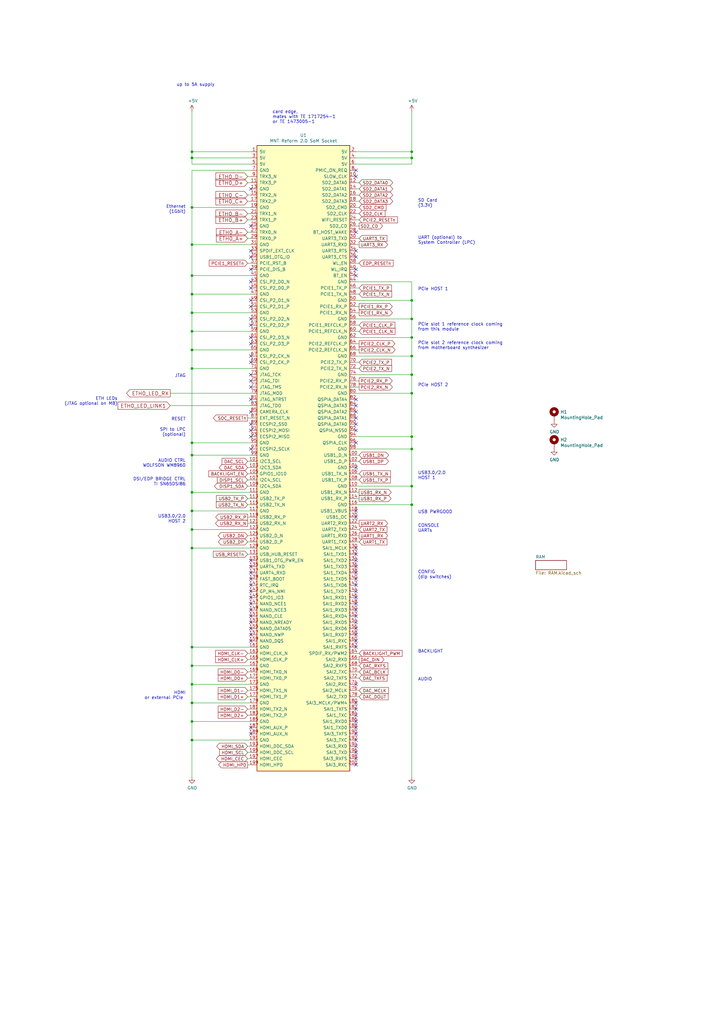
<source format=kicad_sch>
(kicad_sch (version 20211123) (generator eeschema)
  (paper "A3" portrait)
  (title_block (title "MNT Reform Kintex-7 SoM (MNT RKX7)") (date "2021-07-11") (rev "D-1") (company "MNT Research GmbH") (comment 1 "https://mntre.com") (comment 2 "Engineer: Lukas F. Hartmann") (comment 3 "CERN Open Hardware Licence Version 2 - Strongly Reciprocal"))
  (lib_symbols
    (symbol "Mechanical:MountingHole_Pad" (pin_numbers hide) (pin_names (offset 1.016) hide)
      (property "Reference" "H" (at 0 6.35 0))
      (property "Value" "MountingHole_Pad" (at 0 4.445 0))
      (symbol "MountingHole_Pad_0_1"
        (circle (center 0 1.27) (radius 1.27) (stroke (width 1.27)))
      )
      (symbol "MountingHole_Pad_1_1"
        (pin input line (at 0 -2.54 90) (length 2.54) (name "1") (number "1"))
      )
    )
    (symbol "power:+5V" (power) (pin_names (offset 0))
      (property "Value" "+5V" (at 0 3.556 0))
      (symbol "+5V_0_1"
        (polyline (pts (xy -0.762 1.27) (xy 0 2.54)))
        (polyline (pts (xy 0 0) (xy 0 2.54)))
        (polyline (pts (xy 0 2.54) (xy 0.762 1.27)))
      )
      (symbol "+5V_1_1"
        (pin power_in line (at 0 0 90) (length 0) hide (name "+5V") (number "1"))
      )
    )
    (symbol "power:GND" (power) (pin_names (offset 0))
      (property "Value" "GND" (at 0 -3.81 0))
      (symbol "GND_0_1"
        (polyline (pts (xy 0 0) (xy 0 -1.27) (xy 1.27 -1.27) (xy 0 -2.54) (xy -1.27 -1.27) (xy 0 -1.27)))
      )
      (symbol "GND_1_1"
        (pin power_in line (at 0 0 270) (length 0) hide (name "GND") (number "1"))
      )
    )
    (symbol "reform-kintex-rescue:reform2-som-connector-reform2-som" (pin_names (offset 1.016))
      (property "Reference" "U" (at 0 129.54 0))
      (property "Value" "reform2-som-connector-reform2-som" (at 1.27 127 0))
      (symbol "reform2-som-connector-reform2-som_0_0"
        (pin input line (at -20.32 81.28 0) (length 2.54) (name "SPDIF_EXT_CLK") (number "33"))
      )
      (symbol "reform2-som-connector-reform2-som_0_1"
        (rectangle (start -17.78 124.46) (end 20.32 -132.08) (stroke (width 0.254)) (fill (type background)))
      )
      (symbol "reform2-som-connector-reform2-som_1_1"
        (pin power_out line (at -20.32 121.92 0) (length 2.54) (name "5V") (number "1"))
        (pin input line (at 22.86 111.76 180) (length 2.54) (name "SLOW_CLK") (number "10"))
        (pin bidirectional line (at 22.86 -2.54 180) (length 2.54) (name "USB1_D_N") (number "100"))
        (pin output line (at -20.32 -5.08 0) (length 2.54) (name "I2C3_SCL") (number "101"))
        (pin bidirectional line (at 22.86 -5.08 180) (length 2.54) (name "USB1_D_P") (number "102"))
        (pin bidirectional line (at -20.32 -7.62 0) (length 2.54) (name "I2C3_SDA") (number "103"))
        (pin power_in line (at 22.86 -7.62 180) (length 2.54) (name "GND") (number "104"))
        (pin bidirectional line (at -20.32 -10.16 0) (length 2.54) (name "GPIO1_IO10") (number "105"))
        (pin input line (at 22.86 -10.16 180) (length 2.54) (name "USB1_TX_N") (number "106"))
        (pin output line (at -20.32 -12.7 0) (length 2.54) (name "I2C4_SCL") (number "107"))
        (pin input line (at 22.86 -12.7 180) (length 2.54) (name "USB1_TX_P") (number "108"))
        (pin bidirectional line (at -20.32 -15.24 0) (length 2.54) (name "I2C4_SDA") (number "109"))
        (pin bidirectional line (at -20.32 109.22 0) (length 2.54) (name "TRX3_P") (number "11"))
        (pin power_in line (at 22.86 -15.24 180) (length 2.54) (name "GND") (number "110"))
        (pin power_in line (at -20.32 -17.78 0) (length 2.54) (name "GND") (number "111"))
        (pin output line (at 22.86 -17.78 180) (length 2.54) (name "USB1_RX_N") (number "112"))
        (pin input line (at -20.32 -20.32 0) (length 2.54) (name "USB2_TX_P") (number "113"))
        (pin output line (at 22.86 -20.32 180) (length 2.54) (name "USB1_RX_P") (number "114"))
        (pin input line (at -20.32 -22.86 0) (length 2.54) (name "USB2_TX_N") (number "115"))
        (pin power_in line (at 22.86 -22.86 180) (length 2.54) (name "GND") (number "116"))
        (pin power_in line (at -20.32 -25.4 0) (length 2.54) (name "GND") (number "117"))
        (pin output line (at 22.86 -25.4 180) (length 2.54) (name "USB1_VBUS") (number "118"))
        (pin output line (at -20.32 -27.94 0) (length 2.54) (name "USB2_RX_P") (number "119"))
        (pin bidirectional line (at 22.86 109.22 180) (length 2.54) (name "SD2_DATA0") (number "12"))
        (pin input line (at 22.86 -27.94 180) (length 2.54) (name "USB1_OC") (number "120"))
        (pin output line (at -20.32 -30.48 0) (length 2.54) (name "USB2_RX_N") (number "121"))
        (pin input line (at 22.86 -30.48 180) (length 2.54) (name "UART2_RXD") (number "122"))
        (pin power_in line (at -20.32 -33.02 0) (length 2.54) (name "GND") (number "123"))
        (pin output line (at 22.86 -33.02 180) (length 2.54) (name "UART2_TXD") (number "124"))
        (pin bidirectional line (at -20.32 -35.56 0) (length 2.54) (name "USB2_D_N") (number "125"))
        (pin input line (at 22.86 -35.56 180) (length 2.54) (name "UART1_RXD") (number "126"))
        (pin bidirectional line (at -20.32 -38.1 0) (length 2.54) (name "USB2_D_P") (number "127"))
        (pin output line (at 22.86 -38.1 180) (length 2.54) (name "UART1_TXD") (number "128"))
        (pin power_in line (at -20.32 -40.64 0) (length 2.54) (name "GND") (number "129"))
        (pin power_in line (at -20.32 106.68 0) (length 2.54) (name "GND") (number "13"))
        (pin output line (at 22.86 -40.64 180) (length 2.54) (name "SAI1_MCLK") (number "130"))
        (pin output line (at -20.32 -43.18 0) (length 2.54) (name "USB_HUB_RESET") (number "131"))
        (pin input line (at 22.86 -43.18 180) (length 2.54) (name "SAI1_TXD1") (number "132"))
        (pin output line (at -20.32 -45.72 0) (length 2.54) (name "USB1_OTG_PWR_EN") (number "133"))
        (pin output line (at 22.86 -45.72 180) (length 2.54) (name "SAI1_TXD2") (number "134"))
        (pin output line (at -20.32 -48.26 0) (length 2.54) (name "UART4_TXD") (number "135"))
        (pin output line (at 22.86 -48.26 180) (length 2.54) (name "SAI1_TXD3") (number "136"))
        (pin input line (at -20.32 -50.8 0) (length 2.54) (name "UART4_RXD") (number "137"))
        (pin output line (at 22.86 -50.8 180) (length 2.54) (name "SAI1_TXD4") (number "138"))
        (pin input line (at -20.32 -53.34 0) (length 2.54) (name "FAST_BOOT") (number "139"))
        (pin bidirectional line (at 22.86 106.68 180) (length 2.54) (name "SD2_DATA1") (number "14"))
        (pin output line (at 22.86 -53.34 180) (length 2.54) (name "SAI1_TXD5") (number "140"))
        (pin input line (at -20.32 -55.88 0) (length 2.54) (name "RTC_IRQ") (number "141"))
        (pin output line (at 22.86 -55.88 180) (length 2.54) (name "SAI1_TXD6") (number "142"))
        (pin input line (at -20.32 -58.42 0) (length 2.54) (name "GP_M4_NMI") (number "143"))
        (pin output line (at 22.86 -58.42 180) (length 2.54) (name "SAI1_TXD7") (number "144"))
        (pin input line (at -20.32 -60.96 0) (length 2.54) (name "GPIO1_IO3") (number "145"))
        (pin input line (at 22.86 -60.96 180) (length 2.54) (name "SAI1_RXD1") (number "146"))
        (pin input line (at -20.32 -63.5 0) (length 2.54) (name "NAND_NCE1") (number "147"))
        (pin input line (at 22.86 -63.5 180) (length 2.54) (name "SAI1_RXD2") (number "148"))
        (pin input line (at -20.32 -66.04 0) (length 2.54) (name "NAND_NCE3") (number "149"))
        (pin bidirectional line (at -20.32 104.14 0) (length 2.54) (name "TRX2_N") (number "15"))
        (pin input line (at 22.86 -66.04 180) (length 2.54) (name "SAI1_RXD3") (number "150"))
        (pin input line (at -20.32 -68.58 0) (length 2.54) (name "NAND_CLE") (number "151"))
        (pin input line (at 22.86 -68.58 180) (length 2.54) (name "SAI1_RXD4") (number "152"))
        (pin input line (at -20.32 -71.12 0) (length 2.54) (name "NAND_NREADY") (number "153"))
        (pin input line (at 22.86 -71.12 180) (length 2.54) (name "SAI1_RXD5") (number "154"))
        (pin input line (at -20.32 -73.66 0) (length 2.54) (name "NAND_DATA05") (number "155"))
        (pin input line (at 22.86 -73.66 180) (length 2.54) (name "SAI1_RXD6") (number "156"))
        (pin input line (at -20.32 -76.2 0) (length 2.54) (name "NAND_NWP") (number "157"))
        (pin input line (at 22.86 -76.2 180) (length 2.54) (name "SAI1_RXD7") (number "158"))
        (pin input line (at -20.32 -78.74 0) (length 2.54) (name "NAND_DQS") (number "159"))
        (pin bidirectional line (at 22.86 104.14 180) (length 2.54) (name "SD2_DATA2") (number "16"))
        (pin input line (at 22.86 -78.74 180) (length 2.54) (name "SAI1_RXC") (number "160"))
        (pin power_in line (at -20.32 -81.28 0) (length 2.54) (name "GND") (number "161"))
        (pin output line (at 22.86 -81.28 180) (length 2.54) (name "SAI1_RXFS") (number "162"))
        (pin input line (at -20.32 -83.82 0) (length 2.54) (name "HDMI_CLK_N") (number "163"))
        (pin output line (at 22.86 -83.82 180) (length 2.54) (name "SPDIF_RX/PWM2") (number "164"))
        (pin input line (at -20.32 -86.36 0) (length 2.54) (name "HDMI_CLK_P") (number "165"))
        (pin output line (at 22.86 -86.36 180) (length 2.54) (name "SAI2_RXD") (number "166"))
        (pin power_in line (at -20.32 -88.9 0) (length 2.54) (name "GND") (number "167"))
        (pin input line (at 22.86 -88.9 180) (length 2.54) (name "SAI2_RXFS") (number "168"))
        (pin input line (at -20.32 -91.44 0) (length 2.54) (name "HDMI_TX0_N") (number "169"))
        (pin bidirectional line (at -20.32 101.6 0) (length 2.54) (name "TRX2_P") (number "17"))
        (pin input line (at 22.86 -91.44 180) (length 2.54) (name "SAI2_TXC") (number "170"))
        (pin input line (at -20.32 -93.98 0) (length 2.54) (name "HDMI_TX0_P") (number "171"))
        (pin input line (at 22.86 -93.98 180) (length 2.54) (name "SAI2_TXFS") (number "172"))
        (pin power_in line (at -20.32 -96.52 0) (length 2.54) (name "GND") (number "173"))
        (pin input line (at 22.86 -96.52 180) (length 2.54) (name "SAI2_RXC") (number "174"))
        (pin input line (at -20.32 -99.06 0) (length 2.54) (name "HDMI_TX1_N") (number "175"))
        (pin bidirectional line (at 22.86 -99.06 180) (length 2.54) (name "SAI2_MCLK") (number "176"))
        (pin input line (at -20.32 -101.6 0) (length 2.54) (name "HDMI_TX1_P") (number "177"))
        (pin input line (at 22.86 -101.6 180) (length 2.54) (name "SAI2_TXD") (number "178"))
        (pin power_in line (at -20.32 -104.14 0) (length 2.54) (name "GND") (number "179"))
        (pin bidirectional line (at 22.86 101.6 180) (length 2.54) (name "SD2_DATA3") (number "18"))
        (pin output line (at 22.86 -104.14 180) (length 2.54) (name "SAI3_MCLK/PWM4") (number "180"))
        (pin input line (at -20.32 -106.68 0) (length 2.54) (name "HDMI_TX2_N") (number "181"))
        (pin output line (at 22.86 -106.68 180) (length 2.54) (name "SAI1_TXFS") (number "182"))
        (pin input line (at -20.32 -109.22 0) (length 2.54) (name "HDMI_TX2_P") (number "183"))
        (pin output line (at 22.86 -109.22 180) (length 2.54) (name "SAI1_TXC") (number "184"))
        (pin power_in line (at -20.32 -111.76 0) (length 2.54) (name "GND") (number "185"))
        (pin input line (at 22.86 -111.76 180) (length 2.54) (name "SAI1_RXD0") (number "186"))
        (pin bidirectional line (at -20.32 -114.3 0) (length 2.54) (name "HDMI_AUX_P") (number "187"))
        (pin output line (at 22.86 -114.3 180) (length 2.54) (name "SAI1_TXD0") (number "188"))
        (pin bidirectional line (at -20.32 -116.84 0) (length 2.54) (name "HDMI_AUX_N") (number "189"))
        (pin power_in line (at -20.32 99.06 0) (length 2.54) (name "GND") (number "19"))
        (pin output line (at 22.86 -116.84 180) (length 2.54) (name "SAI3_TXFS") (number "190"))
        (pin power_in line (at -20.32 -119.38 0) (length 2.54) (name "GND") (number "191"))
        (pin output line (at 22.86 -119.38 180) (length 2.54) (name "SAI3_TXC") (number "192"))
        (pin bidirectional line (at -20.32 -121.92 0) (length 2.54) (name "HDMI_DDC_SDA") (number "193"))
        (pin input line (at 22.86 -121.92 180) (length 2.54) (name "SAI3_RXD") (number "194"))
        (pin input line (at -20.32 -124.46 0) (length 2.54) (name "HDMI_DDC_SCL") (number "195"))
        (pin output line (at 22.86 -124.46 180) (length 2.54) (name "SAI3_TXD") (number "196"))
        (pin bidirectional line (at -20.32 -127 0) (length 2.54) (name "HDMI_CEC") (number "197"))
        (pin output line (at 22.86 -127 180) (length 2.54) (name "SAI3_RXFS") (number "198"))
        (pin input line (at -20.32 -129.54 0) (length 2.54) (name "HDMI_HPD") (number "199"))
        (pin power_in line (at 22.86 121.92 180) (length 2.54) (name "5V") (number "2"))
        (pin output line (at 22.86 99.06 180) (length 2.54) (name "SD2_CMD") (number "20"))
        (pin input line (at 22.86 -129.54 180) (length 2.54) (name "SAI3_RXC") (number "200"))
        (pin bidirectional line (at -20.32 96.52 0) (length 2.54) (name "TRX1_N") (number "21"))
        (pin output line (at 22.86 96.52 180) (length 2.54) (name "SD2_CLK") (number "22"))
        (pin bidirectional line (at -20.32 93.98 0) (length 2.54) (name "TRX1_P") (number "23"))
        (pin output line (at 22.86 93.98 180) (length 2.54) (name "WIFI_RESET") (number "24"))
        (pin power_in line (at -20.32 91.44 0) (length 2.54) (name "GND") (number "25"))
        (pin input line (at 22.86 91.44 180) (length 2.54) (name "SD2_CD") (number "26"))
        (pin bidirectional line (at -20.32 88.9 0) (length 2.54) (name "TRX0_N") (number "27"))
        (pin output line (at 22.86 88.9 180) (length 2.54) (name "BT_HOST_WAKE") (number "28"))
        (pin bidirectional line (at -20.32 86.36 0) (length 2.54) (name "TRX0_P") (number "29"))
        (pin power_in line (at -20.32 119.38 0) (length 2.54) (name "5V") (number "3"))
        (pin output line (at 22.86 86.36 180) (length 2.54) (name "UART3_TXD") (number "30"))
        (pin power_in line (at -20.32 83.82 0) (length 2.54) (name "GND") (number "31"))
        (pin input line (at 22.86 83.82 180) (length 2.54) (name "UART3_RXD") (number "32"))
        (pin input line (at 22.86 81.28 180) (length 2.54) (name "UART3_RTS") (number "34"))
        (pin input line (at -20.32 78.74 0) (length 2.54) (name "USB1_OTG_ID") (number "35"))
        (pin input line (at 22.86 78.74 180) (length 2.54) (name "UART3_CTS") (number "36"))
        (pin input line (at -20.32 76.2 0) (length 2.54) (name "PCIE_RST_B") (number "37"))
        (pin output line (at 22.86 76.2 180) (length 2.54) (name "WL_EN") (number "38"))
        (pin input line (at -20.32 73.66 0) (length 2.54) (name "PCIE_DIS_B") (number "39"))
        (pin power_in line (at 22.86 119.38 180) (length 2.54) (name "5V") (number "4"))
        (pin output line (at 22.86 73.66 180) (length 2.54) (name "WL_IRQ") (number "40"))
        (pin power_in line (at -20.32 71.12 0) (length 2.54) (name "GND") (number "41"))
        (pin input line (at 22.86 71.12 180) (length 2.54) (name "BT_EN") (number "42"))
        (pin input line (at -20.32 68.58 0) (length 2.54) (name "CSI_P2_D0_N") (number "43"))
        (pin power_in line (at 22.86 68.58 180) (length 2.54) (name "GND") (number "44"))
        (pin input line (at -20.32 66.04 0) (length 2.54) (name "CSI_P2_D0_P") (number "45"))
        (pin input line (at 22.86 66.04 180) (length 2.54) (name "PCIE1_TX_P") (number "46"))
        (pin power_in line (at -20.32 63.5 0) (length 2.54) (name "GND") (number "47"))
        (pin input line (at 22.86 63.5 180) (length 2.54) (name "PCIE1_TX_N") (number "48"))
        (pin input line (at -20.32 60.96 0) (length 2.54) (name "CSI_P2_D1_N") (number "49"))
        (pin power_in line (at -20.32 116.84 0) (length 2.54) (name "5V") (number "5"))
        (pin power_in line (at 22.86 60.96 180) (length 2.54) (name "GND") (number "50"))
        (pin input line (at -20.32 58.42 0) (length 2.54) (name "CSI_P2_D1_P") (number "51"))
        (pin output line (at 22.86 58.42 180) (length 2.54) (name "PCIE1_RX_P") (number "52"))
        (pin power_in line (at -20.32 55.88 0) (length 2.54) (name "GND") (number "53"))
        (pin output line (at 22.86 55.88 180) (length 2.54) (name "PCIE1_RX_N") (number "54"))
        (pin input line (at -20.32 53.34 0) (length 2.54) (name "CSI_P2_D2_N") (number "55"))
        (pin power_in line (at 22.86 53.34 180) (length 2.54) (name "GND") (number "56"))
        (pin input line (at -20.32 50.8 0) (length 2.54) (name "CSI_P2_D2_P") (number "57"))
        (pin input line (at 22.86 50.8 180) (length 2.54) (name "PCIE1_REFCLK_P") (number "58"))
        (pin power_in line (at -20.32 48.26 0) (length 2.54) (name "GND") (number "59"))
        (pin power_in line (at 22.86 116.84 180) (length 2.54) (name "5V") (number "6"))
        (pin input line (at 22.86 48.26 180) (length 2.54) (name "PCIE1_REFCLK_N") (number "60"))
        (pin input line (at -20.32 45.72 0) (length 2.54) (name "CSI_P2_D3_N") (number "61"))
        (pin power_in line (at 22.86 45.72 180) (length 2.54) (name "GND") (number "62"))
        (pin input line (at -20.32 43.18 0) (length 2.54) (name "CSI_P2_D3_P") (number "63"))
        (pin output line (at 22.86 43.18 180) (length 2.54) (name "PCIE2_REFCLK_P") (number "64"))
        (pin power_in line (at -20.32 40.64 0) (length 2.54) (name "GND") (number "65"))
        (pin output line (at 22.86 40.64 180) (length 2.54) (name "PCIE2_REFCLK_N") (number "66"))
        (pin input line (at -20.32 38.1 0) (length 2.54) (name "CSI_P2_CK_N") (number "67"))
        (pin power_in line (at 22.86 38.1 180) (length 2.54) (name "GND") (number "68"))
        (pin input line (at -20.32 35.56 0) (length 2.54) (name "CSI_P2_CK_P") (number "69"))
        (pin power_out line (at -20.32 114.3 0) (length 2.54) (name "GND") (number "7"))
        (pin input line (at 22.86 35.56 180) (length 2.54) (name "PCIE2_TX_P") (number "70"))
        (pin power_in line (at -20.32 33.02 0) (length 2.54) (name "GND") (number "71"))
        (pin input line (at 22.86 33.02 180) (length 2.54) (name "PCIE2_TX_N") (number "72"))
        (pin input line (at -20.32 30.48 0) (length 2.54) (name "JTAG_TCK") (number "73"))
        (pin power_in line (at 22.86 30.48 180) (length 2.54) (name "GND") (number "74"))
        (pin input line (at -20.32 27.94 0) (length 2.54) (name "JTAG_TDI") (number "75"))
        (pin output line (at 22.86 27.94 180) (length 2.54) (name "PCIE2_RX_P") (number "76"))
        (pin input line (at -20.32 25.4 0) (length 2.54) (name "JTAG_TMS") (number "77"))
        (pin output line (at 22.86 25.4 180) (length 2.54) (name "PCIE2_RX_N") (number "78"))
        (pin input line (at -20.32 22.86 0) (length 2.54) (name "JTAG_MOD") (number "79"))
        (pin output line (at 22.86 114.3 180) (length 2.54) (name "PMIC_ON_REQ") (number "8"))
        (pin power_in line (at 22.86 22.86 180) (length 2.54) (name "GND") (number "80"))
        (pin input line (at -20.32 20.32 0) (length 2.54) (name "JTAG_NTRST") (number "81"))
        (pin input line (at 22.86 20.32 180) (length 2.54) (name "QSPIA_DATA4") (number "82"))
        (pin output line (at -20.32 17.78 0) (length 2.54) (name "JTAG_TDO") (number "83"))
        (pin input line (at 22.86 17.78 180) (length 2.54) (name "QSPIA_DATA3") (number "84"))
        (pin input line (at -20.32 15.24 0) (length 2.54) (name "CAMERA_CLK") (number "85"))
        (pin input line (at 22.86 15.24 180) (length 2.54) (name "QSPIA_DATA2") (number "86"))
        (pin input line (at -20.32 12.7 0) (length 2.54) (name "EXT_RESET_N") (number "87"))
        (pin input line (at 22.86 12.7 180) (length 2.54) (name "QSPIA_DATA1") (number "88"))
        (pin input line (at -20.32 10.16 0) (length 2.54) (name "ECSPI2_SS0") (number "89"))
        (pin bidirectional line (at -20.32 111.76 0) (length 2.54) (name "TRX3_N") (number "9"))
        (pin input line (at 22.86 10.16 180) (length 2.54) (name "QSPIA_DATA0") (number "90"))
        (pin input line (at -20.32 7.62 0) (length 2.54) (name "ECSPI2_MOSI") (number "91"))
        (pin input line (at 22.86 7.62 180) (length 2.54) (name "QSPIA_NSS0") (number "92"))
        (pin input line (at -20.32 5.08 0) (length 2.54) (name "ECSPI2_MISO") (number "93"))
        (pin power_in line (at 22.86 5.08 180) (length 2.54) (name "GND") (number "94"))
        (pin power_in line (at -20.32 2.54 0) (length 2.54) (name "GND") (number "95"))
        (pin input line (at 22.86 2.54 180) (length 2.54) (name "QSPIA_CLK") (number "96"))
        (pin input line (at -20.32 0 0) (length 2.54) (name "ECSPI2_SCLK") (number "97"))
        (pin power_in line (at 22.86 0 180) (length 2.54) (name "GND") (number "98"))
        (pin power_in line (at -20.32 -2.54 0) (length 2.54) (name "GND") (number "99"))
      )
    )
  )
  (junction (at 168.91 123.19))
  (junction (at 168.91 179.07))
  (junction (at 78.74 181.61))
  (junction (at 78.74 62.23))
  (junction (at 78.74 143.51))
  (junction (at 78.74 64.77))
  (junction (at 78.74 135.89))
  (junction (at 168.91 161.29))
  (junction (at 78.74 224.79))
  (junction (at 78.74 280.67))
  (junction (at 78.74 265.43))
  (junction (at 168.91 153.67))
  (junction (at 168.91 184.15))
  (junction (at 78.74 100.33))
  (junction (at 78.74 120.65))
  (junction (at 168.91 199.39))
  (junction (at 78.74 217.17))
  (junction (at 168.91 138.43))
  (junction (at 78.74 186.69))
  (junction (at 168.91 207.01))
  (junction (at 78.74 85.09))
  (junction (at 78.74 128.27))
  (junction (at 78.74 201.93))
  (junction (at 78.74 288.29))
  (junction (at 168.91 64.77))
  (junction (at 78.74 303.53))
  (junction (at 78.74 295.91))
  (junction (at 78.74 273.05))
  (junction (at 78.74 209.55))
  (junction (at 168.91 130.81))
  (junction (at 168.91 62.23))
  (junction (at 168.91 146.05))
  (junction (at 78.74 151.13))
  (junction (at 78.74 113.03))
  (no_connect (at 146.05 247.65))
  (no_connect (at 102.87 156.21))
  (no_connect (at 146.05 181.61))
  (no_connect (at 146.05 105.41))
  (no_connect (at 102.87 168.91))
  (no_connect (at 146.05 173.99))
  (no_connect (at 146.05 171.45))
  (no_connect (at 102.87 237.49))
  (no_connect (at 146.05 260.35))
  (no_connect (at 146.05 229.87))
  (no_connect (at 102.87 179.07))
  (no_connect (at 102.87 229.87))
  (no_connect (at 102.87 260.35))
  (no_connect (at 146.05 212.09))
  (no_connect (at 102.87 153.67))
  (no_connect (at 146.05 288.29))
  (no_connect (at 102.87 245.11))
  (no_connect (at 146.05 295.91))
  (no_connect (at 146.05 176.53))
  (no_connect (at 102.87 133.35))
  (no_connect (at 146.05 300.99))
  (no_connect (at 102.87 110.49))
  (no_connect (at 146.05 293.37))
  (no_connect (at 102.87 234.95))
  (no_connect (at 146.05 242.57))
  (no_connect (at 146.05 252.73))
  (no_connect (at 102.87 232.41))
  (no_connect (at 102.87 92.71))
  (no_connect (at 146.05 265.43))
  (no_connect (at 102.87 77.47))
  (no_connect (at 102.87 298.45))
  (no_connect (at 102.87 250.19))
  (no_connect (at 146.05 311.15))
  (no_connect (at 102.87 118.11))
  (no_connect (at 102.87 257.81))
  (no_connect (at 102.87 255.27))
  (no_connect (at 146.05 313.69))
  (no_connect (at 146.05 257.81))
  (no_connect (at 102.87 176.53))
  (no_connect (at 146.05 163.83))
  (no_connect (at 146.05 69.85))
  (no_connect (at 102.87 300.99))
  (no_connect (at 146.05 166.37))
  (no_connect (at 146.05 245.11))
  (no_connect (at 102.87 148.59))
  (no_connect (at 146.05 306.07))
  (no_connect (at 102.87 123.19))
  (no_connect (at 146.05 168.91))
  (no_connect (at 146.05 240.03))
  (no_connect (at 146.05 303.53))
  (no_connect (at 146.05 72.39))
  (no_connect (at 146.05 232.41))
  (no_connect (at 146.05 250.19))
  (no_connect (at 146.05 110.49))
  (no_connect (at 102.87 173.99))
  (no_connect (at 146.05 191.77))
  (no_connect (at 102.87 158.75))
  (no_connect (at 102.87 252.73))
  (no_connect (at 146.05 227.33))
  (no_connect (at 146.05 209.55))
  (no_connect (at 102.87 105.41))
  (no_connect (at 102.87 184.15))
  (no_connect (at 146.05 298.45))
  (no_connect (at 102.87 247.65))
  (no_connect (at 146.05 237.49))
  (no_connect (at 146.05 280.67))
  (no_connect (at 102.87 262.89))
  (no_connect (at 102.87 240.03))
  (no_connect (at 102.87 115.57))
  (no_connect (at 146.05 102.87))
  (no_connect (at 102.87 130.81))
  (no_connect (at 102.87 163.83))
  (no_connect (at 102.87 102.87))
  (no_connect (at 102.87 125.73))
  (no_connect (at 146.05 262.89))
  (no_connect (at 146.05 234.95))
  (no_connect (at 146.05 113.03))
  (no_connect (at 102.87 146.05))
  (no_connect (at 102.87 140.97))
  (no_connect (at 146.05 290.83))
  (no_connect (at 146.05 255.27))
  (no_connect (at 102.87 242.57))
  (no_connect (at 146.05 95.25))
  (no_connect (at 146.05 308.61))
  (no_connect (at 146.05 224.79))
  (no_connect (at 102.87 138.43))
  (wire (pts (xy 78.74 64.77) (xy 78.74 62.23)))
  (wire (pts (xy 102.87 207.01) (xy 101.6 207.01)))
  (wire (pts (xy 147.32 74.93) (xy 146.05 74.93)))
  (wire (pts (xy 168.91 199.39) (xy 168.91 207.01)))
  (wire (pts (xy 102.87 212.09) (xy 101.6 212.09)))
  (wire (pts (xy 146.05 161.29) (xy 168.91 161.29)))
  (wire (pts (xy 146.05 285.75) (xy 147.32 285.75)))
  (wire (pts (xy 78.74 288.29) (xy 78.74 295.91)))
  (wire (pts (xy 101.6 283.21) (xy 102.87 283.21)))
  (wire (pts (xy 147.32 219.71) (xy 146.05 219.71)))
  (wire (pts (xy 101.6 311.15) (xy 102.87 311.15)))
  (wire (pts (xy 146.05 135.89) (xy 147.32 135.89)))
  (wire (pts (xy 102.87 278.13) (xy 101.6 278.13)))
  (wire (pts (xy 168.91 123.19) (xy 168.91 130.81)))
  (wire (pts (xy 146.05 138.43) (xy 168.91 138.43)))
  (wire (pts (xy 168.91 115.57) (xy 168.91 123.19)))
  (wire (pts (xy 146.05 204.47) (xy 147.32 204.47)))
  (wire (pts (xy 147.32 140.97) (xy 146.05 140.97)))
  (wire (pts (xy 102.87 265.43) (xy 78.74 265.43)))
  (wire (pts (xy 78.74 265.43) (xy 78.74 273.05)))
  (wire (pts (xy 168.91 45.72) (xy 168.91 62.23)))
  (wire (pts (xy 101.6 97.79) (xy 102.87 97.79)))
  (wire (pts (xy 102.87 100.33) (xy 78.74 100.33)))
  (wire (pts (xy 102.87 95.25) (xy 101.6 95.25)))
  (wire (pts (xy 146.05 77.47) (xy 147.32 77.47)))
  (wire (pts (xy 147.32 194.31) (xy 146.05 194.31)))
  (wire (pts (xy 147.32 270.51) (xy 146.05 270.51)))
  (wire (pts (xy 146.05 87.63) (xy 147.32 87.63)))
  (wire (pts (xy 147.32 275.59) (xy 146.05 275.59)))
  (wire (pts (xy 102.87 270.51) (xy 101.6 270.51)))
  (wire (pts (xy 147.32 97.79) (xy 146.05 97.79)))
  (wire (pts (xy 102.87 313.69) (xy 101.6 313.69)))
  (wire (pts (xy 168.91 318.77) (xy 168.91 207.01)))
  (wire (pts (xy 101.6 90.17) (xy 102.87 90.17)))
  (wire (pts (xy 102.87 222.25) (xy 101.6 222.25)))
  (wire (pts (xy 147.32 90.17) (xy 146.05 90.17)))
  (wire (pts (xy 146.05 278.13) (xy 147.32 278.13)))
  (wire (pts (xy 78.74 143.51) (xy 78.74 135.89)))
  (wire (pts (xy 146.05 123.19) (xy 168.91 123.19)))
  (wire (pts (xy 147.32 156.21) (xy 146.05 156.21)))
  (wire (pts (xy 168.91 184.15) (xy 168.91 199.39)))
  (wire (pts (xy 69.85 166.37) (xy 102.87 166.37)))
  (wire (pts (xy 146.05 273.05) (xy 147.32 273.05)))
  (wire (pts (xy 102.87 224.79) (xy 78.74 224.79)))
  (wire (pts (xy 102.87 181.61) (xy 78.74 181.61)))
  (wire (pts (xy 147.32 125.73) (xy 146.05 125.73)))
  (wire (pts (xy 146.05 146.05) (xy 168.91 146.05)))
  (wire (pts (xy 146.05 222.25) (xy 147.32 222.25)))
  (wire (pts (xy 168.91 161.29) (xy 168.91 179.07)))
  (wire (pts (xy 146.05 130.81) (xy 168.91 130.81)))
  (wire (pts (xy 146.05 151.13) (xy 147.32 151.13)))
  (wire (pts (xy 78.74 143.51) (xy 78.74 151.13)))
  (wire (pts (xy 102.87 64.77) (xy 78.74 64.77)))
  (wire (pts (xy 168.91 146.05) (xy 168.91 153.67)))
  (wire (pts (xy 78.74 67.31) (xy 78.74 64.77)))
  (wire (pts (xy 78.74 120.65) (xy 78.74 128.27)))
  (wire (pts (xy 147.32 85.09) (xy 146.05 85.09)))
  (wire (pts (xy 78.74 128.27) (xy 78.74 135.89)))
  (wire (pts (xy 78.74 303.53) (xy 78.74 295.91)))
  (wire (pts (xy 101.6 267.97) (xy 102.87 267.97)))
  (wire (pts (xy 101.6 227.33) (xy 102.87 227.33)))
  (wire (pts (xy 146.05 199.39) (xy 168.91 199.39)))
  (wire (pts (xy 146.05 92.71) (xy 147.32 92.71)))
  (wire (pts (xy 78.74 217.17) (xy 78.74 224.79)))
  (wire (pts (xy 102.87 273.05) (xy 78.74 273.05)))
  (wire (pts (xy 146.05 62.23) (xy 168.91 62.23)))
  (wire (pts (xy 147.32 133.35) (xy 146.05 133.35)))
  (wire (pts (xy 101.6 107.95) (xy 102.87 107.95)))
  (wire (pts (xy 78.74 295.91) (xy 102.87 295.91)))
  (wire (pts (xy 146.05 67.31) (xy 168.91 67.31)))
  (wire (pts (xy 78.74 85.09) (xy 78.74 100.33)))
  (wire (pts (xy 146.05 143.51) (xy 147.32 143.51)))
  (wire (pts (xy 102.87 143.51) (xy 78.74 143.51)))
  (wire (pts (xy 102.87 82.55) (xy 101.6 82.55)))
  (wire (pts (xy 146.05 120.65) (xy 147.32 120.65)))
  (wire (pts (xy 102.87 186.69) (xy 78.74 186.69)))
  (wire (pts (xy 78.74 45.72) (xy 78.74 62.23)))
  (wire (pts (xy 78.74 181.61) (xy 78.74 186.69)))
  (wire (pts (xy 78.74 209.55) (xy 78.74 217.17)))
  (wire (pts (xy 147.32 107.95) (xy 146.05 107.95)))
  (wire (pts (xy 78.74 201.93) (xy 102.87 201.93)))
  (wire (pts (xy 146.05 196.85) (xy 147.32 196.85)))
  (wire (pts (xy 101.6 290.83) (xy 102.87 290.83)))
  (wire (pts (xy 102.87 113.03) (xy 78.74 113.03)))
  (wire (pts (xy 101.6 189.23) (xy 102.87 189.23)))
  (wire (pts (xy 146.05 153.67) (xy 168.91 153.67)))
  (wire (pts (xy 102.87 128.27) (xy 78.74 128.27)))
  (wire (pts (xy 146.05 267.97) (xy 147.32 267.97)))
  (wire (pts (xy 102.87 67.31) (xy 78.74 67.31)))
  (wire (pts (xy 78.74 224.79) (xy 78.74 265.43)))
  (wire (pts (xy 102.87 151.13) (xy 78.74 151.13)))
  (wire (pts (xy 78.74 318.77) (xy 78.74 303.53)))
  (wire (pts (xy 147.32 283.21) (xy 146.05 283.21)))
  (wire (pts (xy 168.91 130.81) (xy 168.91 138.43)))
  (wire (pts (xy 147.32 201.93) (xy 146.05 201.93)))
  (wire (pts (xy 78.74 151.13) (xy 78.74 181.61)))
  (wire (pts (xy 168.91 179.07) (xy 168.91 184.15)))
  (wire (pts (xy 102.87 62.23) (xy 78.74 62.23)))
  (wire (pts (xy 146.05 64.77) (xy 168.91 64.77)))
  (wire (pts (xy 101.6 196.85) (xy 102.87 196.85)))
  (wire (pts (xy 102.87 74.93) (xy 101.6 74.93)))
  (wire (pts (xy 146.05 179.07) (xy 168.91 179.07)))
  (wire (pts (xy 69.85 161.29) (xy 102.87 161.29)))
  (wire (pts (xy 147.32 80.01) (xy 146.05 80.01)))
  (wire (pts (xy 78.74 113.03) (xy 78.74 120.65)))
  (wire (pts (xy 102.87 280.67) (xy 78.74 280.67)))
  (wire (pts (xy 102.87 120.65) (xy 78.74 120.65)))
  (wire (pts (xy 101.6 275.59) (xy 102.87 275.59)))
  (wire (pts (xy 78.74 280.67) (xy 78.74 288.29)))
  (wire (pts (xy 102.87 293.37) (xy 101.6 293.37)))
  (wire (pts (xy 102.87 69.85) (xy 78.74 69.85)))
  (wire (pts (xy 146.05 189.23) (xy 147.32 189.23)))
  (wire (pts (xy 102.87 285.75) (xy 101.6 285.75)))
  (wire (pts (xy 102.87 199.39) (xy 101.6 199.39)))
  (wire (pts (xy 101.6 214.63) (xy 102.87 214.63)))
  (wire (pts (xy 78.74 273.05) (xy 78.74 280.67)))
  (wire (pts (xy 146.05 100.33) (xy 147.32 100.33)))
  (wire (pts (xy 102.87 85.09) (xy 78.74 85.09)))
  (wire (pts (xy 102.87 288.29) (xy 78.74 288.29)))
  (wire (pts (xy 102.87 209.55) (xy 78.74 209.55)))
  (wire (pts (xy 147.32 118.11) (xy 146.05 118.11)))
  (wire (pts (xy 102.87 217.17) (xy 78.74 217.17)))
  (wire (pts (xy 168.91 138.43) (xy 168.91 146.05)))
  (wire (pts (xy 101.6 87.63) (xy 102.87 87.63)))
  (wire (pts (xy 78.74 100.33) (xy 78.74 113.03)))
  (wire (pts (xy 168.91 153.67) (xy 168.91 161.29)))
  (wire (pts (xy 101.6 171.45) (xy 102.87 171.45)))
  (wire (pts (xy 101.6 219.71) (xy 102.87 219.71)))
  (wire (pts (xy 168.91 207.01) (xy 146.05 207.01)))
  (wire (pts (xy 101.6 204.47) (xy 102.87 204.47)))
  (wire (pts (xy 101.6 191.77) (xy 102.87 191.77)))
  (wire (pts (xy 146.05 217.17) (xy 147.32 217.17)))
  (wire (pts (xy 101.6 72.39) (xy 102.87 72.39)))
  (wire (pts (xy 147.32 148.59) (xy 146.05 148.59)))
  (wire (pts (xy 78.74 303.53) (xy 102.87 303.53)))
  (wire (pts (xy 147.32 186.69) (xy 146.05 186.69)))
  (wire (pts (xy 146.05 184.15) (xy 168.91 184.15)))
  (wire (pts (xy 78.74 186.69) (xy 78.74 201.93)))
  (wire (pts (xy 78.74 135.89) (xy 102.87 135.89)))
  (wire (pts (xy 168.91 64.77) (xy 168.91 62.23)))
  (wire (pts (xy 78.74 209.55) (xy 78.74 201.93)))
  (wire (pts (xy 101.6 194.31) (xy 102.87 194.31)))
  (wire (pts (xy 102.87 308.61) (xy 101.6 308.61)))
  (wire (pts (xy 146.05 115.57) (xy 168.91 115.57)))
  (wire (pts (xy 168.91 67.31) (xy 168.91 64.77)))
  (wire (pts (xy 146.05 158.75) (xy 147.32 158.75)))
  (wire (pts (xy 147.32 214.63) (xy 146.05 214.63)))
  (wire (pts (xy 101.6 306.07) (xy 102.87 306.07)))
  (wire (pts (xy 101.6 80.01) (xy 102.87 80.01)))
  (wire (pts (xy 146.05 128.27) (xy 147.32 128.27)))
  (wire (pts (xy 146.05 82.55) (xy 147.32 82.55)))
  (wire (pts (xy 78.74 69.85) (xy 78.74 85.09)))
  (text "Ethernet\n(1Gbit)" (at 76.2 87.63 180) (effects (font (size 1.27 1.27)) (justify right bottom)))
  (text "UART (optional) to \nSystem Controller (LPC)" (at 171.45 100.33 0) (effects (font (size 1.27 1.27)) (justify left bottom)))
  (text "PCIe HOST 2" (at 171.45 158.75 0) (effects (font (size 1.27 1.27)) (justify left bottom)))
  (text "SD Card\n(3.3V)" (at 171.45 85.09 0) (effects (font (size 1.27 1.27)) (justify left bottom)))
  (text "SPI to LPC\n(optional)" (at 76.2 179.07 180) (effects (font (size 1.27 1.27)) (justify right bottom)))
  (text "BACKLIGHT" (at 171.45 267.97 0) (effects (font (size 1.27 1.27)) (justify left bottom)))
  (text "AUDIO CTRL\nWOLFSON WM8960" (at 76.2 191.77 180) (effects (font (size 1.27 1.27)) (justify right bottom)))
  (text "USB PWRGOOD" (at 171.45 210.82 0) (effects (font (size 1.27 1.27)) (justify left bottom)))
  (text "JTAG" (at 76.2 154.94 180) (effects (font (size 1.27 1.27)) (justify right bottom)))
  (text "RESET" (at 76.2 172.72 180) (effects (font (size 1.27 1.27)) (justify right bottom)))
  (text "PCIe slot 1 reference clock coming\nfrom this module" (at 171.45 135.89 0) (effects (font (size 1.27 1.27)) (justify left bottom)))
  (text "USB3.0/2.0\nHOST 2" (at 76.2 214.63 180) (effects (font (size 1.27 1.27)) (justify right bottom)))
  (text "AUDIO" (at 171.45 279.4 0) (effects (font (size 1.27 1.27)) (justify left bottom)))
  (text "card edge, \nmates with TE 1717254-1\nor TE 1473005-1" (at 111.76 50.8 0) (effects (font (size 1.27 1.27)) (justify left bottom)))
  (text "USB3.0/2.0\nHOST 1" (at 171.45 196.85 0) (effects (font (size 1.27 1.27)) (justify left bottom)))
  (text "up to 5A supply" (at 72.39 35.56 0) (effects (font (size 1.27 1.27)) (justify left bottom)))
  (text "CONSOLE\nUARTs" (at 171.45 218.44 0) (effects (font (size 1.27 1.27)) (justify left bottom)))
  (text "PCIe HOST 1" (at 171.45 119.38 0) (effects (font (size 1.27 1.27)) (justify left bottom)))
  (text "DSI/EDP BRIDGE CTRL\nTI SN65DSI86" (at 76.2 199.39 180) (effects (font (size 1.27 1.27)) (justify right bottom)))
  (text "ETH LEDs\n(JTAG optional on MB)" (at 48.26 166.37 180) (effects (font (size 1.27 1.27)) (justify right bottom)))
  (text "PCIe slot 2 reference clock coming\nfrom motherboard synthesizer" (at 171.45 143.51 0) (effects (font (size 1.27 1.27)) (justify left bottom)))
  (text "CONFIG\n(dip switches)" (at 171.45 237.49 0) (effects (font (size 1.27 1.27)) (justify left bottom)))
  (text "HDMI\nor external PCIe " (at 76.2 287.02 180) (effects (font (size 1.27 1.27)) (justify right bottom)))
  (global_label "HDMI_D2+" (shape input) (at 101.6 293.37 180) (property "Intersheet References" "${INTERSHEET_REFS}" (effects hide)))
  (global_label "DAC_RXFS" (shape input) (at 147.32 273.05 0) (property "Intersheet References" "${INTERSHEET_REFS}" (effects hide)))
  (global_label "DAC_BCLK" (shape input) (at 147.32 275.59 0) (property "Intersheet References" "${INTERSHEET_REFS}" (effects hide)))
  (global_label "HDMI_D2-" (shape input) (at 101.6 290.83 180) (property "Intersheet References" "${INTERSHEET_REFS}" (effects hide)))
  (global_label "PCIE2_RESETn" (shape input) (at 147.32 90.17 0) (property "Intersheet References" "${INTERSHEET_REFS}" (effects hide)))
  (global_label "ETH0_LED_RX" (shape output) (at 69.85 161.29 180) (effects (font (size 1.524 1.524))) (property "Intersheet References" "${INTERSHEET_REFS}" (effects hide)))
  (global_label "ETH0_A-" (shape input) (at 101.6 95.25 180) (effects (font (size 1.524 1.524))) (property "Intersheet References" "${INTERSHEET_REFS}" (effects hide)))
  (global_label "USB2_DP" (shape bidirectional) (at 101.6 222.25 180) (property "Intersheet References" "${INTERSHEET_REFS}" (effects hide)))
  (global_label "ETH0_D+" (shape input) (at 101.6 74.93 180) (effects (font (size 1.524 1.524))) (property "Intersheet References" "${INTERSHEET_REFS}" (effects hide)))
  (global_label "HDMI_D0+" (shape input) (at 101.6 278.13 180) (property "Intersheet References" "${INTERSHEET_REFS}" (effects hide)))
  (global_label "PCIE1_RX_P" (shape output) (at 147.32 125.73 0) (property "Intersheet References" "${INTERSHEET_REFS}" (effects hide)))
  (global_label "USB2_TX_P" (shape input) (at 101.6 204.47 180) (property "Intersheet References" "${INTERSHEET_REFS}" (effects hide)))
  (global_label "USB1_DP" (shape bidirectional) (at 147.32 189.23 0) (property "Intersheet References" "${INTERSHEET_REFS}" (effects hide)))
  (global_label "DAC_SDA" (shape bidirectional) (at 101.6 191.77 180) (property "Intersheet References" "${INTERSHEET_REFS}" (effects hide)))
  (global_label "SD2_DATA1" (shape bidirectional) (at 147.32 77.47 0) (property "Intersheet References" "${INTERSHEET_REFS}" (effects hide)))
  (global_label "DAC_DOUT" (shape input) (at 147.32 285.75 0) (property "Intersheet References" "${INTERSHEET_REFS}" (effects hide)))
  (global_label "ETH0_B-" (shape input) (at 101.6 87.63 180) (effects (font (size 1.524 1.524))) (property "Intersheet References" "${INTERSHEET_REFS}" (effects hide)))
  (global_label "HDMI_CEC" (shape bidirectional) (at 101.6 311.15 180) (property "Intersheet References" "${INTERSHEET_REFS}" (effects hide)))
  (global_label "PCIE2_RX_N" (shape output) (at 147.32 158.75 0) (property "Intersheet References" "${INTERSHEET_REFS}" (effects hide)))
  (global_label "ETH0_C-" (shape input) (at 101.6 80.01 180) (effects (font (size 1.524 1.524))) (property "Intersheet References" "${INTERSHEET_REFS}" (effects hide)))
  (global_label "HDMI_D1+" (shape input) (at 101.6 285.75 180) (property "Intersheet References" "${INTERSHEET_REFS}" (effects hide)))
  (global_label "USB1_TX_P" (shape input) (at 147.32 196.85 0) (property "Intersheet References" "${INTERSHEET_REFS}" (effects hide)))
  (global_label "EDP_RESETn" (shape input) (at 147.32 107.95 0) (property "Intersheet References" "${INTERSHEET_REFS}" (effects hide)))
  (global_label "DAC_SCL" (shape input) (at 101.6 189.23 180) (property "Intersheet References" "${INTERSHEET_REFS}" (effects hide)))
  (global_label "USB1_TX_N" (shape input) (at 147.32 194.31 0) (property "Intersheet References" "${INTERSHEET_REFS}" (effects hide)))
  (global_label "PCIE2_TX_N" (shape input) (at 147.32 151.13 0) (property "Intersheet References" "${INTERSHEET_REFS}" (effects hide)))
  (global_label "USB_RESETn" (shape input) (at 101.6 227.33 180) (property "Intersheet References" "${INTERSHEET_REFS}" (effects hide)))
  (global_label "PCIE1_TX_N" (shape input) (at 147.32 120.65 0) (property "Intersheet References" "${INTERSHEET_REFS}" (effects hide)))
  (global_label "ETH0_A+" (shape input) (at 101.6 97.79 180) (effects (font (size 1.524 1.524))) (property "Intersheet References" "${INTERSHEET_REFS}" (effects hide)))
  (global_label "ETH0_D-" (shape input) (at 101.6 72.39 180) (effects (font (size 1.524 1.524))) (property "Intersheet References" "${INTERSHEET_REFS}" (effects hide)))
  (global_label "PCIE1_RX_N" (shape output) (at 147.32 128.27 0) (property "Intersheet References" "${INTERSHEET_REFS}" (effects hide)))
  (global_label "ETH0_C+" (shape input) (at 101.6 82.55 180) (effects (font (size 1.524 1.524))) (property "Intersheet References" "${INTERSHEET_REFS}" (effects hide)))
  (global_label "HDMI_SCL" (shape input) (at 101.6 308.61 180) (property "Intersheet References" "${INTERSHEET_REFS}" (effects hide)))
  (global_label "DAC_DIN" (shape output) (at 147.32 270.51 0) (property "Intersheet References" "${INTERSHEET_REFS}" (effects hide)))
  (global_label "HDMI_HPD" (shape output) (at 101.6 313.69 180) (property "Intersheet References" "${INTERSHEET_REFS}" (effects hide)))
  (global_label "PCIE2_CLK_P" (shape output) (at 147.32 140.97 0) (property "Intersheet References" "${INTERSHEET_REFS}" (effects hide)))
  (global_label "SD2_CLK" (shape input) (at 147.32 87.63 0) (property "Intersheet References" "${INTERSHEET_REFS}" (effects hide)))
  (global_label "HDMI_CLK+" (shape input) (at 101.6 270.51 180) (property "Intersheet References" "${INTERSHEET_REFS}" (effects hide)))
  (global_label "HDMI_SDA" (shape bidirectional) (at 101.6 306.07 180) (property "Intersheet References" "${INTERSHEET_REFS}" (effects hide)))
  (global_label "PCIE2_CLK_N" (shape output) (at 147.32 143.51 0) (property "Intersheet References" "${INTERSHEET_REFS}" (effects hide)))
  (global_label "UART2_TX" (shape input) (at 147.32 217.17 0) (property "Intersheet References" "${INTERSHEET_REFS}" (effects hide)))
  (global_label "PCIE1_RESETn" (shape input) (at 101.6 107.95 180) (property "Intersheet References" "${INTERSHEET_REFS}" (effects hide)))
  (global_label "UART3_RX" (shape output) (at 147.32 100.33 0) (property "Intersheet References" "${INTERSHEET_REFS}" (effects hide)))
  (global_label "USB1_DN" (shape bidirectional) (at 147.32 186.69 0) (property "Intersheet References" "${INTERSHEET_REFS}" (effects hide)))
  (global_label "USB2_RX_P" (shape output) (at 101.6 212.09 180) (property "Intersheet References" "${INTERSHEET_REFS}" (effects hide)))
  (global_label "ETH0_LED_LINK1" (shape input) (at 69.85 166.37 180) (effects (font (size 1.524 1.524))) (property "Intersheet References" "${INTERSHEET_REFS}" (effects hide)))
  (global_label "SOC_RESETn" (shape output) (at 101.6 171.45 180) (property "Intersheet References" "${INTERSHEET_REFS}" (effects hide)))
  (global_label "HDMI_CLK-" (shape input) (at 101.6 267.97 180) (property "Intersheet References" "${INTERSHEET_REFS}" (effects hide)))
  (global_label "PCIE2_RX_P" (shape output) (at 147.32 156.21 0) (property "Intersheet References" "${INTERSHEET_REFS}" (effects hide)))
  (global_label "USB1_RX_P" (shape output) (at 147.32 204.47 0) (property "Intersheet References" "${INTERSHEET_REFS}" (effects hide)))
  (global_label "PCIE1_CLK_P" (shape input) (at 147.32 133.35 0) (property "Intersheet References" "${INTERSHEET_REFS}" (effects hide)))
  (global_label "ETH0_B+" (shape input) (at 101.6 90.17 180) (effects (font (size 1.524 1.524))) (property "Intersheet References" "${INTERSHEET_REFS}" (effects hide)))
  (global_label "PCIE2_TX_P" (shape input) (at 147.32 148.59 0) (property "Intersheet References" "${INTERSHEET_REFS}" (effects hide)))
  (global_label "HDMI_D0-" (shape input) (at 101.6 275.59 180) (property "Intersheet References" "${INTERSHEET_REFS}" (effects hide)))
  (global_label "DISP1_SDA" (shape bidirectional) (at 101.6 199.39 180) (property "Intersheet References" "${INTERSHEET_REFS}" (effects hide)))
  (global_label "DAC_MCLK" (shape input) (at 147.32 283.21 0) (property "Intersheet References" "${INTERSHEET_REFS}" (effects hide)))
  (global_label "DAC_TXFS" (shape input) (at 147.32 278.13 0) (property "Intersheet References" "${INTERSHEET_REFS}" (effects hide)))
  (global_label "USB2_TX_N" (shape input) (at 101.6 207.01 180) (property "Intersheet References" "${INTERSHEET_REFS}" (effects hide)))
  (global_label "SD2_CD" (shape output) (at 147.32 92.71 0) (property "Intersheet References" "${INTERSHEET_REFS}" (effects hide)))
  (global_label "SD2_CMD" (shape input) (at 147.32 85.09 0) (property "Intersheet References" "${INTERSHEET_REFS}" (effects hide)))
  (global_label "UART1_RX" (shape output) (at 147.32 219.71 0) (property "Intersheet References" "${INTERSHEET_REFS}" (effects hide)))
  (global_label "DISP1_SCL" (shape input) (at 101.6 196.85 180) (property "Intersheet References" "${INTERSHEET_REFS}" (effects hide)))
  (global_label "UART1_TX" (shape input) (at 147.32 222.25 0) (property "Intersheet References" "${INTERSHEET_REFS}" (effects hide)))
  (global_label "USB2_DN" (shape bidirectional) (at 101.6 219.71 180) (property "Intersheet References" "${INTERSHEET_REFS}" (effects hide)))
  (global_label "USB1_RX_N" (shape output) (at 147.32 201.93 0) (property "Intersheet References" "${INTERSHEET_REFS}" (effects hide)))
  (global_label "PCIE1_CLK_N" (shape input) (at 147.32 135.89 0) (property "Intersheet References" "${INTERSHEET_REFS}" (effects hide)))
  (global_label "BACKLIGHT_EN" (shape input) (at 101.6 194.31 180) (property "Intersheet References" "${INTERSHEET_REFS}" (effects hide)))
  (global_label "BACKLIGHT_PWM" (shape input) (at 147.32 267.97 0) (property "Intersheet References" "${INTERSHEET_REFS}" (effects hide)))
  (global_label "USB2_RX_N" (shape output) (at 101.6 214.63 180) (property "Intersheet References" "${INTERSHEET_REFS}" (effects hide)))
  (global_label "HDMI_D1-" (shape input) (at 101.6 283.21 180) (property "Intersheet References" "${INTERSHEET_REFS}" (effects hide)))
  (global_label "SD2_DATA0" (shape bidirectional) (at 147.32 74.93 0) (property "Intersheet References" "${INTERSHEET_REFS}" (effects hide)))
  (global_label "SD2_DATA2" (shape bidirectional) (at 147.32 80.01 0) (property "Intersheet References" "${INTERSHEET_REFS}" (effects hide)))
  (global_label "PCIE1_TX_P" (shape input) (at 147.32 118.11 0) (property "Intersheet References" "${INTERSHEET_REFS}" (effects hide)))
  (global_label "UART2_RX" (shape output) (at 147.32 214.63 0) (property "Intersheet References" "${INTERSHEET_REFS}" (effects hide)))
  (global_label "SD2_DATA3" (shape bidirectional) (at 147.32 82.55 0) (property "Intersheet References" "${INTERSHEET_REFS}" (effects hide)))
  (global_label "UART3_TX" (shape input) (at 147.32 97.79 0) (property "Intersheet References" "${INTERSHEET_REFS}" (effects hide)))
  (symbol (lib_id "power:GND") (at 78.74 318.77 0) (unit 1)
    (property "Reference" "#PWR0102" (effects hide))
    (property "Value" "GND" (at 78.867 323.1642 0))
  )
  (symbol (lib_id "Mechanical:MountingHole_Pad") (at 227.33 170.18 0) (unit 1)
    (property "Reference" "H1" (at 229.87 168.9354 0) (effects (justify left)))
    (property "Value" "MountingHole_Pad" (at 229.87 171.2468 0) (effects (justify left)))
    (property "Footprint" "MountingHole:MountingHole_2.2mm_M2_DIN965_Pad" (effects hide))
    (property "Checked" "y" (effects hide))
    (property "Distributor" "None" (effects hide))
    (property "DNP" "y" (effects hide))
  )
  (symbol (lib_id "power:GND") (at 227.33 172.72 0) (unit 1)
    (property "Reference" "#PWR0183" (effects hide))
    (property "Value" "GND" (at 227.457 177.1142 0))
  )
  (symbol (lib_id "Mechanical:MountingHole_Pad") (at 227.33 181.61 0) (unit 1)
    (property "Reference" "H2" (at 229.87 180.3654 0) (effects (justify left)))
    (property "Value" "MountingHole_Pad" (at 229.87 182.6768 0) (effects (justify left)))
    (property "Footprint" "MountingHole:MountingHole_2.2mm_M2_DIN965_Pad" (effects hide))
    (property "Checked" "y" (effects hide))
    (property "Distributor" "None" (effects hide))
    (property "DNP" "y" (effects hide))
  )
  (symbol (lib_id "power:GND") (at 227.33 184.15 0) (unit 1)
    (property "Reference" "#PWR0184" (effects hide))
    (property "Value" "GND" (at 227.457 188.5442 0))
  )
  (symbol (lib_id "power:+5V") (at 78.74 45.72 0) (unit 1)
    (property "Reference" "#PWR0104" (effects hide))
    (property "Value" "+5V" (at 79.121 41.3258 0))
  )
  (symbol (lib_id "power:+5V") (at 168.91 45.72 0) (unit 1)
    (property "Reference" "#PWR0242" (effects hide))
    (property "Value" "+5V" (at 169.291 41.3258 0))
  )
  (symbol (lib_id "reform-kintex-rescue:reform2-som-connector-reform2-som") (at 123.19 184.15 0) (unit 1)
    (property "Reference" "U1" (at 124.46 55.4482 0))
    (property "Value" "MNT Reform 2.0 SoM Socket" (at 124.46 57.7596 0))
    (property "Footprint" "footprints:ddr2-sodimm200" (effects hide))
    (property "Manufacturer_No" "1717254-1" (effects hide))
    (property "Manufacturer" "TE" (effects hide))
    (property "Checked" "y" (effects hide))
    (property "Distributor" "Mouser" (effects hide))
  )
  (symbol (lib_id "power:GND") (at 168.91 318.77 0) (unit 1)
    (property "Reference" "#PWR0197" (effects hide))
    (property "Value" "GND" (at 169.037 323.1642 0))
  )
  (sheet (at 219.71 229.87) (size 12.7 3.81)
    (property "Sheet name" "RAM" (at 219.71 229.1584 0) (effects (justify left bottom)))
    (property "Sheet file" "RAM.kicad_sch" (at 219.71 234.2646 0) (effects (justify left top)))
  )
)
</source>
